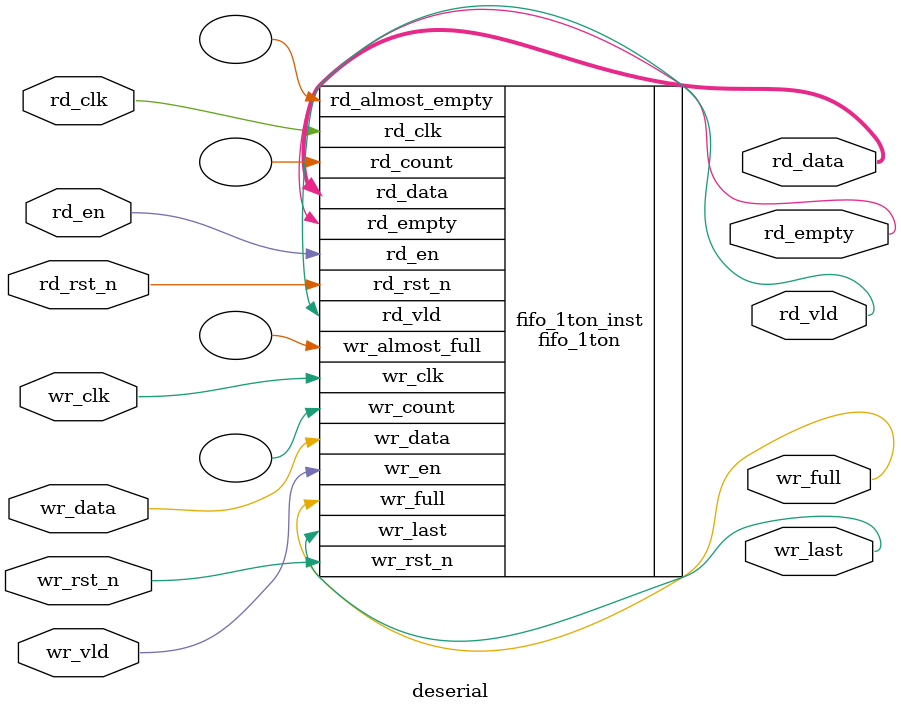
<source format=v>
/**********************************************
______________                ______________
______________ \  /\  /|\  /| ______________
______________  \/  \/ | \/ | ______________
descript:
author : Young
Version:
creaded: 2016/9/8 下午2:07:08
madified:
***********************************************/
`timescale 1ns/1ps
module deserial #(
    parameter   SSIZE = 1,
    parameter   CSNUM = 8
)(
        input                   wr_clk,
        input                   wr_rst_n,
        input                   wr_vld,
        input[SSIZE-1:0]        wr_data,
        output                  wr_last,
        output                  wr_full,

        input                   rd_clk,
        input                   rd_rst_n,
        input                   rd_en,
        output                  rd_vld,
        output[SSIZE*CSNUM-1:0] rd_data,
        output                  rd_empty
);


fifo_1ton #(
	.DSIZE		(SSIZE  ),
	.NSIZE		(CSNUM	),
	.DEPTH		(4      ),
	.ALMOST		(1      ),
	.DEF_VALUE	(0      )
)fifo_1ton_inst(
	//--->> WRITE PORT <<-----
/*	input				    */	.wr_clk			(wr_clk		),
/*	input				    */	.wr_rst_n       (wr_rst_n   ),
/*	input				    */	.wr_en          (wr_vld     ),
/*	input [DSIZE-1:0]	    */	.wr_data        (wr_data    ),
/*	output[5*NSIZE-1:0]	    */	.wr_count       (           ),
/*	output				    */	.wr_full        (wr_full    ),
/*  output                  */  .wr_last        (wr_last    ),
/*	output				    */	.wr_almost_full (           ),
	//--->> READ PORT <<------
/*	input				    */	.rd_clk			(rd_clk		),
/*	input				    */	.rd_rst_n       (rd_rst_n   ),
/*	input				    */	.rd_en          (rd_en      ),
/*	output[DSIZE*NSIZE-1:0]	*/	.rd_data        (rd_data    ),
/*	output[4:0]			    */	.rd_count       (           ),
/*	output				    */	.rd_empty       (rd_empty   ),
/*	output				    */	.rd_almost_empty(           ),
/*	output				    */	.rd_vld			(rd_vld   	)
);

endmodule

</source>
